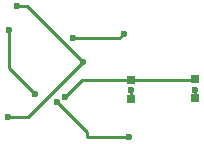
<source format=gtl>
G04 #@! TF.FileFunction,Copper,L1,Top,Signal*
%FSLAX46Y46*%
G04 Gerber Fmt 4.6, Leading zero omitted, Abs format (unit mm)*
G04 Created by KiCad (PCBNEW 4.0.4-stable) date 08/29/17 21:10:05*
%MOMM*%
%LPD*%
G01*
G04 APERTURE LIST*
%ADD10C,0.100000*%
%ADD11R,0.800000X0.800000*%
%ADD12C,0.600000*%
%ADD13C,0.250000*%
G04 APERTURE END LIST*
D10*
D11*
X20317260Y-5584040D03*
X20317260Y-7184040D03*
X14907260Y-5616040D03*
X14907260Y-7216040D03*
D12*
X10037260Y-2104040D03*
X14337260Y-1704040D03*
X9337260Y-7054040D03*
X14887260Y-6516042D03*
X20337260Y-6484042D03*
X5237260Y595960D03*
X4537260Y-8754040D03*
X10837260Y-4104040D03*
X8637260Y-7504040D03*
X14737260Y-10454040D03*
X6787260Y-6804040D03*
X4587260Y-1404040D03*
D13*
X14337260Y-1704040D02*
X13937260Y-2104040D01*
X13937260Y-2104040D02*
X10037260Y-2104040D01*
X9337260Y-7054040D02*
X10775260Y-5616040D01*
X10775260Y-5616040D02*
X14907260Y-5616040D01*
X14907260Y-5616040D02*
X20285260Y-5616040D01*
X20285260Y-5616040D02*
X20317260Y-5584040D01*
X14869260Y-5654040D02*
X14907260Y-5616040D01*
X14907260Y-7216040D02*
X14907260Y-6536042D01*
X14907260Y-6536042D02*
X14887260Y-6516042D01*
X20317260Y-7184040D02*
X20317260Y-6504042D01*
X20317260Y-6504042D02*
X20337260Y-6484042D01*
X14887260Y-7236040D02*
X14907260Y-7216040D01*
X5237260Y595960D02*
X6137260Y595960D01*
X6137260Y595960D02*
X10837260Y-4104040D01*
X10837260Y-4104040D02*
X6187260Y-8754040D01*
X6187260Y-8754040D02*
X4537260Y-8754040D01*
X8637260Y-7504040D02*
X11202260Y-10069040D01*
X11202260Y-10069040D02*
X11202260Y-10454040D01*
X11202260Y-10454040D02*
X14737260Y-10454040D01*
X4587260Y-1404040D02*
X4587260Y-4604040D01*
X4587260Y-4604040D02*
X6787260Y-6804040D01*
M02*

</source>
